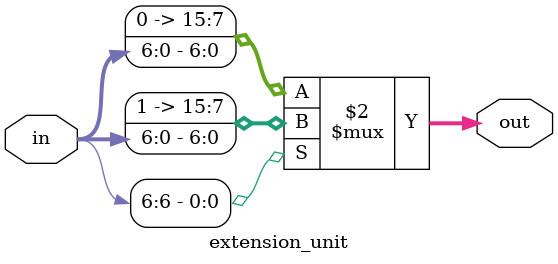
<source format=v>
module extension_unit(out, in);
	input 	wire	[6:0] 	in;
	output	wire		[15:0]	out;
	
	assign out = (in[6] == 1'b1)? {9'b111111111, in} : {9'b0, in} ;
	
endmodule
</source>
